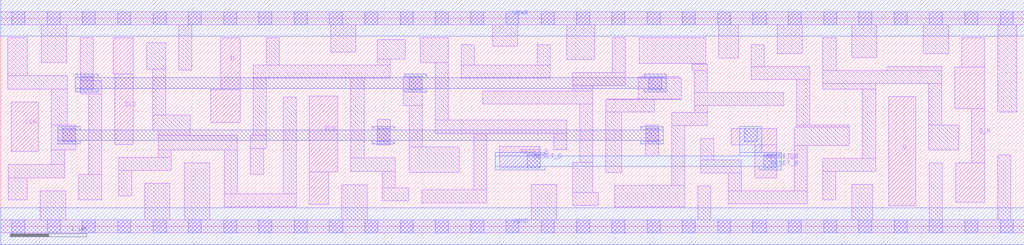
<source format=lef>
# Copyright 2020 The SkyWater PDK Authors
#
# Licensed under the Apache License, Version 2.0 (the "License");
# you may not use this file except in compliance with the License.
# You may obtain a copy of the License at
#
#     https://www.apache.org/licenses/LICENSE-2.0
#
# Unless required by applicable law or agreed to in writing, software
# distributed under the License is distributed on an "AS IS" BASIS,
# WITHOUT WARRANTIES OR CONDITIONS OF ANY KIND, either express or implied.
# See the License for the specific language governing permissions and
# limitations under the License.
#
# SPDX-License-Identifier: Apache-2.0

VERSION 5.7 ;
  NAMESCASESENSITIVE ON ;
  NOWIREEXTENSIONATPIN ON ;
  DIVIDERCHAR "/" ;
  BUSBITCHARS "[]" ;
UNITS
  DATABASE MICRONS 200 ;
END UNITS
MACRO sky130_fd_sc_hd__sdfrbp_2
  CLASS CORE ;
  FOREIGN sky130_fd_sc_hd__sdfrbp_2 ;
  ORIGIN  0.000000  0.000000 ;
  SIZE  13.34000 BY  2.720000 ;
  SYMMETRY X Y R90 ;
  SITE unithd ;
  PIN D
    ANTENNAGATEAREA  0.144000 ;
    DIRECTION INPUT ;
    USE SIGNAL ;
    PORT
      LAYER li1 ;
        RECT 2.735000 1.355000 3.120000 1.785000 ;
        RECT 2.865000 1.785000 3.120000 2.465000 ;
    END
  END D
  PIN Q
    ANTENNADIFFAREA  0.511500 ;
    DIRECTION OUTPUT ;
    USE SIGNAL ;
    PORT
      LAYER li1 ;
        RECT 11.575000 0.265000 11.925000 1.695000 ;
    END
  END Q
  PIN Q_N
    ANTENNADIFFAREA  0.445500 ;
    DIRECTION OUTPUT ;
    USE SIGNAL ;
    PORT
      LAYER li1 ;
        RECT 12.435000 1.535000 12.825000 2.080000 ;
        RECT 12.445000 0.310000 12.825000 0.825000 ;
        RECT 12.525000 2.080000 12.825000 2.465000 ;
        RECT 12.655000 0.825000 12.825000 1.535000 ;
    END
  END Q_N
  PIN RESET_B
    ANTENNAGATEAREA  0.252000 ;
    DIRECTION INPUT ;
    USE SIGNAL ;
    PORT
      LAYER li1 ;
        RECT 6.505000 0.765000 7.035000 1.045000 ;
      LAYER mcon ;
        RECT 6.865000 0.765000 7.035000 0.935000 ;
    END
    PORT
      LAYER li1 ;
        RECT 9.525000 1.065000 10.115000 1.275000 ;
        RECT 9.825000 0.635000 10.115000 1.065000 ;
      LAYER mcon ;
        RECT 9.690000 1.105000  9.860000 1.275000 ;
        RECT 9.945000 0.765000 10.115000 0.935000 ;
    END
    PORT
      LAYER met1 ;
        RECT 6.445000 0.735000  7.095000 0.780000 ;
        RECT 6.445000 0.780000 10.175000 0.920000 ;
        RECT 6.445000 0.920000  7.095000 0.965000 ;
        RECT 9.630000 0.920000 10.175000 0.965000 ;
        RECT 9.630000 0.965000  9.920000 1.305000 ;
        RECT 9.885000 0.735000 10.175000 0.780000 ;
    END
  END RESET_B
  PIN SCD
    ANTENNAGATEAREA  0.156600 ;
    DIRECTION INPUT ;
    USE SIGNAL ;
    PORT
      LAYER li1 ;
        RECT 4.020000 0.285000 4.275000 0.710000 ;
        RECT 4.020000 0.710000 4.395000 1.700000 ;
    END
  END SCD
  PIN SCE
    ANTENNAGATEAREA  0.435000 ;
    DIRECTION INPUT ;
    USE SIGNAL ;
    PORT
      LAYER li1 ;
        RECT 1.465000 1.985000 1.730000 2.465000 ;
        RECT 1.485000 1.070000 1.730000 1.985000 ;
    END
  END SCE
  PIN CLK
    ANTENNAGATEAREA  0.247500 ;
    DIRECTION INPUT ;
    USE CLOCK ;
    PORT
      LAYER li1 ;
        RECT 0.140000 0.975000 0.490000 1.625000 ;
    END
  END CLK
  PIN VGND
    DIRECTION INOUT ;
    SHAPE ABUTMENT ;
    USE GROUND ;
    PORT
      LAYER met1 ;
        RECT 0.000000 -0.240000 13.340000 0.240000 ;
    END
  END VGND
  PIN VPWR
    DIRECTION INOUT ;
    SHAPE ABUTMENT ;
    USE POWER ;
    PORT
      LAYER met1 ;
        RECT 0.000000 2.480000 13.340000 2.960000 ;
    END
  END VPWR
  OBS
    LAYER li1 ;
      RECT  0.000000 -0.085000 13.340000 0.085000 ;
      RECT  0.000000  2.635000 13.340000 2.805000 ;
      RECT  0.090000  1.795000  0.865000 1.965000 ;
      RECT  0.090000  1.965000  0.345000 2.465000 ;
      RECT  0.095000  0.345000  0.345000 0.635000 ;
      RECT  0.095000  0.635000  0.835000 0.805000 ;
      RECT  0.515000  0.085000  0.845000 0.465000 ;
      RECT  0.530000  2.135000  0.860000 2.635000 ;
      RECT  0.660000  0.805000  0.835000 0.995000 ;
      RECT  0.660000  0.995000  0.975000 1.325000 ;
      RECT  0.660000  1.325000  0.865000 1.795000 ;
      RECT  1.015000  0.345000  1.315000 0.675000 ;
      RECT  1.035000  1.730000  1.315000 1.900000 ;
      RECT  1.035000  1.900000  1.205000 2.465000 ;
      RECT  1.145000  0.675000  1.315000 1.730000 ;
      RECT  1.535000  0.395000  1.705000 0.730000 ;
      RECT  1.535000  0.730000  2.225000 0.900000 ;
      RECT  1.875000  0.085000  2.205000 0.560000 ;
      RECT  1.900000  2.055000  2.150000 2.400000 ;
      RECT  1.980000  1.260000  2.470000 1.455000 ;
      RECT  1.980000  1.455000  2.150000 2.055000 ;
      RECT  2.055000  0.900000  2.225000 0.995000 ;
      RECT  2.055000  0.995000  3.085000 1.185000 ;
      RECT  2.055000  1.185000  2.470000 1.260000 ;
      RECT  2.320000  2.040000  2.490000 2.635000 ;
      RECT  2.395000  0.085000  2.725000 0.825000 ;
      RECT  2.915000  0.255000  3.850000 0.425000 ;
      RECT  2.915000  0.425000  3.085000 0.995000 ;
      RECT  3.255000  0.675000  3.425000 1.015000 ;
      RECT  3.255000  1.015000  3.460000 1.185000 ;
      RECT  3.290000  1.185000  3.460000 1.935000 ;
      RECT  3.290000  1.935000  5.075000 2.105000 ;
      RECT  3.460000  2.105000  3.630000 2.465000 ;
      RECT  3.680000  0.425000  3.850000 1.685000 ;
      RECT  4.300000  2.275000  4.630000 2.635000 ;
      RECT  4.445000  0.085000  4.775000 0.540000 ;
      RECT  4.565000  0.715000  5.145000 0.895000 ;
      RECT  4.565000  0.895000  4.735000 1.935000 ;
      RECT  4.905000  1.065000  5.075000 1.395000 ;
      RECT  4.905000  2.105000  5.075000 2.185000 ;
      RECT  4.905000  2.185000  5.275000 2.435000 ;
      RECT  4.975000  0.335000  5.315000 0.505000 ;
      RECT  4.975000  0.505000  5.145000 0.715000 ;
      RECT  5.245000  1.575000  5.495000 1.955000 ;
      RECT  5.325000  0.705000  5.975000 1.035000 ;
      RECT  5.325000  1.035000  5.495000 1.575000 ;
      RECT  5.470000  2.135000  5.835000 2.465000 ;
      RECT  5.485000  0.305000  6.335000 0.475000 ;
      RECT  5.665000  1.215000  7.375000 1.385000 ;
      RECT  5.665000  1.385000  5.835000 2.135000 ;
      RECT  6.005000  1.935000  7.165000 2.105000 ;
      RECT  6.005000  2.105000  6.175000 2.375000 ;
      RECT  6.165000  0.475000  6.335000 1.215000 ;
      RECT  6.285000  1.595000  7.715000 1.765000 ;
      RECT  6.410000  2.355000  6.740000 2.635000 ;
      RECT  6.915000  0.085000  7.245000 0.545000 ;
      RECT  6.995000  2.105000  7.165000 2.375000 ;
      RECT  7.205000  1.005000  7.375000 1.215000 ;
      RECT  7.375000  2.175000  7.745000 2.635000 ;
      RECT  7.455000  0.275000  7.785000 0.445000 ;
      RECT  7.455000  0.445000  7.715000 0.835000 ;
      RECT  7.455000  1.765000  7.715000 1.835000 ;
      RECT  7.455000  1.835000  8.140000 2.005000 ;
      RECT  7.545000  0.835000  7.715000 1.595000 ;
      RECT  7.885000  0.705000  8.095000 1.495000 ;
      RECT  7.885000  1.495000  8.520000 1.655000 ;
      RECT  7.885000  1.655000  8.870000 1.665000 ;
      RECT  7.970000  2.005000  8.140000 2.465000 ;
      RECT  8.005000  0.255000  8.915000 0.535000 ;
      RECT  8.310000  1.665000  8.870000 1.935000 ;
      RECT  8.310000  1.935000  8.840000 1.955000 ;
      RECT  8.320000  2.125000  9.190000 2.465000 ;
      RECT  8.405000  0.920000  8.575000 1.325000 ;
      RECT  8.745000  0.535000  8.915000 1.315000 ;
      RECT  8.745000  1.315000  9.210000 1.485000 ;
      RECT  9.015000  2.035000  9.210000 2.115000 ;
      RECT  9.015000  2.115000  9.190000 2.125000 ;
      RECT  9.040000  1.485000  9.210000 1.575000 ;
      RECT  9.040000  1.575000 10.205000 1.745000 ;
      RECT  9.040000  1.745000  9.210000 2.035000 ;
      RECT  9.085000  0.085000  9.255000 0.525000 ;
      RECT  9.125000  0.695000  9.655000 0.865000 ;
      RECT  9.125000  0.865000  9.295000 1.145000 ;
      RECT  9.360000  2.195000  9.610000 2.635000 ;
      RECT  9.485000  0.295000 10.515000 0.465000 ;
      RECT  9.485000  0.465000  9.655000 0.695000 ;
      RECT  9.780000  1.915000 10.545000 2.085000 ;
      RECT  9.780000  2.085000  9.950000 2.375000 ;
      RECT 10.120000  2.255000 10.450000 2.635000 ;
      RECT 10.345000  0.465000 10.515000 1.055000 ;
      RECT 10.345000  1.055000 11.060000 1.295000 ;
      RECT 10.375000  1.295000 11.060000 1.325000 ;
      RECT 10.375000  1.325000 10.545000 1.915000 ;
      RECT 10.715000  0.345000 10.885000 0.715000 ;
      RECT 10.715000  0.715000 11.405000 0.885000 ;
      RECT 10.715000  1.795000 11.405000 1.865000 ;
      RECT 10.715000  1.865000 12.265000 2.035000 ;
      RECT 10.715000  2.035000 10.890000 2.465000 ;
      RECT 11.090000  0.085000 11.365000 0.545000 ;
      RECT 11.090000  2.205000 11.420000 2.635000 ;
      RECT 11.230000  0.885000 11.405000 1.795000 ;
      RECT 11.550000  2.035000 12.265000 2.085000 ;
      RECT 12.025000  2.255000 12.355000 2.635000 ;
      RECT 12.095000  0.995000 12.485000 1.325000 ;
      RECT 12.095000  1.325000 12.265000 1.865000 ;
      RECT 12.105000  0.085000 12.275000 0.825000 ;
      RECT 12.995000  0.085000 13.165000 0.930000 ;
      RECT 12.995000  1.495000 13.245000 2.635000 ;
    LAYER mcon ;
      RECT  0.145000 -0.085000  0.315000 0.085000 ;
      RECT  0.145000  2.635000  0.315000 2.805000 ;
      RECT  0.605000 -0.085000  0.775000 0.085000 ;
      RECT  0.605000  2.635000  0.775000 2.805000 ;
      RECT  0.805000  1.105000  0.975000 1.275000 ;
      RECT  1.035000  1.785000  1.205000 1.955000 ;
      RECT  1.065000 -0.085000  1.235000 0.085000 ;
      RECT  1.065000  2.635000  1.235000 2.805000 ;
      RECT  1.525000 -0.085000  1.695000 0.085000 ;
      RECT  1.525000  2.635000  1.695000 2.805000 ;
      RECT  1.985000 -0.085000  2.155000 0.085000 ;
      RECT  1.985000  2.635000  2.155000 2.805000 ;
      RECT  2.445000 -0.085000  2.615000 0.085000 ;
      RECT  2.445000  2.635000  2.615000 2.805000 ;
      RECT  2.905000 -0.085000  3.075000 0.085000 ;
      RECT  2.905000  2.635000  3.075000 2.805000 ;
      RECT  3.365000 -0.085000  3.535000 0.085000 ;
      RECT  3.365000  2.635000  3.535000 2.805000 ;
      RECT  3.825000 -0.085000  3.995000 0.085000 ;
      RECT  3.825000  2.635000  3.995000 2.805000 ;
      RECT  4.285000 -0.085000  4.455000 0.085000 ;
      RECT  4.285000  2.635000  4.455000 2.805000 ;
      RECT  4.745000 -0.085000  4.915000 0.085000 ;
      RECT  4.745000  2.635000  4.915000 2.805000 ;
      RECT  4.905000  1.105000  5.075000 1.275000 ;
      RECT  5.205000 -0.085000  5.375000 0.085000 ;
      RECT  5.205000  2.635000  5.375000 2.805000 ;
      RECT  5.325000  1.785000  5.495000 1.955000 ;
      RECT  5.665000 -0.085000  5.835000 0.085000 ;
      RECT  5.665000  2.635000  5.835000 2.805000 ;
      RECT  6.125000 -0.085000  6.295000 0.085000 ;
      RECT  6.125000  2.635000  6.295000 2.805000 ;
      RECT  6.585000 -0.085000  6.755000 0.085000 ;
      RECT  6.585000  2.635000  6.755000 2.805000 ;
      RECT  7.045000 -0.085000  7.215000 0.085000 ;
      RECT  7.045000  2.635000  7.215000 2.805000 ;
      RECT  7.505000 -0.085000  7.675000 0.085000 ;
      RECT  7.505000  2.635000  7.675000 2.805000 ;
      RECT  7.965000 -0.085000  8.135000 0.085000 ;
      RECT  7.965000  2.635000  8.135000 2.805000 ;
      RECT  8.405000  1.105000  8.575000 1.275000 ;
      RECT  8.425000 -0.085000  8.595000 0.085000 ;
      RECT  8.425000  2.635000  8.595000 2.805000 ;
      RECT  8.445000  1.785000  8.615000 1.955000 ;
      RECT  8.885000 -0.085000  9.055000 0.085000 ;
      RECT  8.885000  2.635000  9.055000 2.805000 ;
      RECT  9.345000 -0.085000  9.515000 0.085000 ;
      RECT  9.345000  2.635000  9.515000 2.805000 ;
      RECT  9.805000 -0.085000  9.975000 0.085000 ;
      RECT  9.805000  2.635000  9.975000 2.805000 ;
      RECT 10.265000 -0.085000 10.435000 0.085000 ;
      RECT 10.265000  2.635000 10.435000 2.805000 ;
      RECT 10.725000 -0.085000 10.895000 0.085000 ;
      RECT 10.725000  2.635000 10.895000 2.805000 ;
      RECT 11.185000 -0.085000 11.355000 0.085000 ;
      RECT 11.185000  2.635000 11.355000 2.805000 ;
      RECT 11.645000 -0.085000 11.815000 0.085000 ;
      RECT 11.645000  2.635000 11.815000 2.805000 ;
      RECT 12.105000 -0.085000 12.275000 0.085000 ;
      RECT 12.105000  2.635000 12.275000 2.805000 ;
      RECT 12.565000 -0.085000 12.735000 0.085000 ;
      RECT 12.565000  2.635000 12.735000 2.805000 ;
      RECT 13.025000 -0.085000 13.195000 0.085000 ;
      RECT 13.025000  2.635000 13.195000 2.805000 ;
    LAYER met1 ;
      RECT 0.745000 1.075000 1.035000 1.120000 ;
      RECT 0.745000 1.120000 8.635000 1.260000 ;
      RECT 0.745000 1.260000 1.035000 1.305000 ;
      RECT 0.970000 1.755000 1.270000 1.800000 ;
      RECT 0.970000 1.800000 8.675000 1.940000 ;
      RECT 0.970000 1.940000 1.270000 1.985000 ;
      RECT 4.845000 1.075000 5.135000 1.120000 ;
      RECT 4.845000 1.260000 5.135000 1.305000 ;
      RECT 5.265000 1.755000 5.555000 1.800000 ;
      RECT 5.265000 1.940000 5.555000 1.985000 ;
      RECT 8.345000 1.075000 8.635000 1.120000 ;
      RECT 8.345000 1.260000 8.635000 1.305000 ;
      RECT 8.385000 1.755000 8.675000 1.800000 ;
      RECT 8.385000 1.940000 8.675000 1.985000 ;
  END
END sky130_fd_sc_hd__sdfrbp_2
END LIBRARY

</source>
